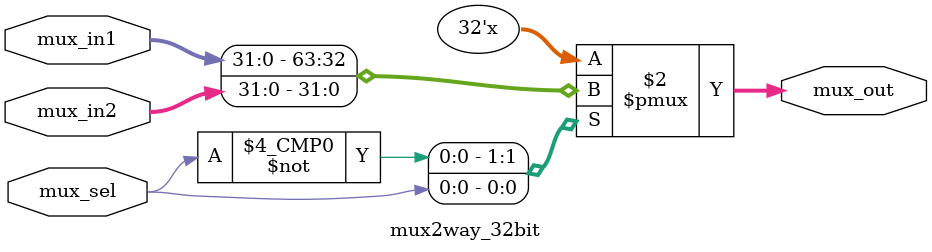
<source format=v>
module mux2way_32bit(mux_out, mux_in1, mux_in2, mux_sel);

input [31:0] mux_in1, mux_in2;
output reg [31:0] mux_out;
input mux_sel;

always@(mux_in1 or mux_in2 or mux_sel)
begin
	case(mux_sel)
	1'b0: mux_out = mux_in1;	
	1'b1: mux_out = mux_in2;
	endcase 
end

endmodule

</source>
